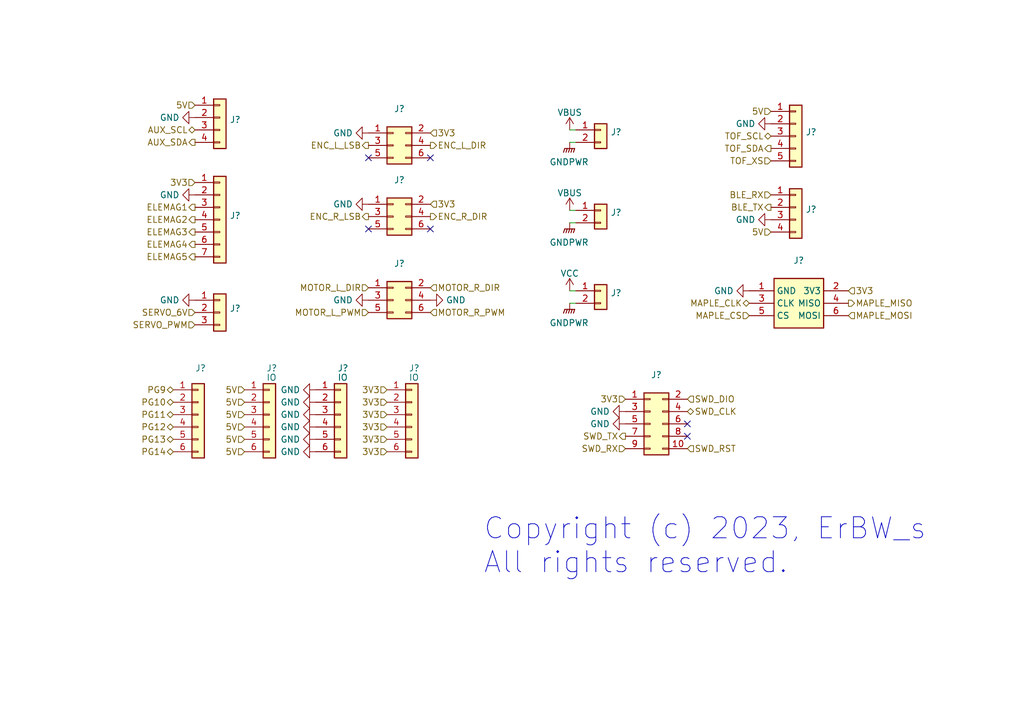
<source format=kicad_sch>
(kicad_sch (version 20211123) (generator eeschema)
  (paper "A5")
  (lib_symbols
    (symbol "Connector_Generic:Conn_01x02" (pin_names (offset 1.016) hide)
      (property "Reference" "J" (at 0 2.54 0))
      (property "Value" "Conn_01x02" (at 0 -5.08 0))
      (symbol "Conn_01x02_1_1"
        (rectangle (start -1.27 -2.413) (end 0 -2.667) (stroke (width 0.1524)))
        (rectangle (start -1.27 0.127) (end 0 -0.127) (stroke (width 0.1524)))
        (rectangle (start -1.27 1.27) (end 1.27 -3.81) (stroke (width 0.254)) (fill (type background)))
        (pin passive line (at -5.08 0 0) (length 3.81) (name "Pin_1") (number "1"))
        (pin passive line (at -5.08 -2.54 0) (length 3.81) (name "Pin_2") (number "2"))
      )
    )
    (symbol "Connector_Generic:Conn_01x03" (pin_names (offset 1.016) hide)
      (property "Reference" "J" (at 0 5.08 0))
      (property "Value" "Conn_01x03" (at 0 -5.08 0))
      (symbol "Conn_01x03_1_1"
        (rectangle (start -1.27 -2.413) (end 0 -2.667) (stroke (width 0.1524)))
        (rectangle (start -1.27 0.127) (end 0 -0.127) (stroke (width 0.1524)))
        (rectangle (start -1.27 2.667) (end 0 2.413) (stroke (width 0.1524)))
        (rectangle (start -1.27 3.81) (end 1.27 -3.81) (stroke (width 0.254)) (fill (type background)))
        (pin passive line (at -5.08 2.54 0) (length 3.81) (name "Pin_1") (number "1"))
        (pin passive line (at -5.08 0 0) (length 3.81) (name "Pin_2") (number "2"))
        (pin passive line (at -5.08 -2.54 0) (length 3.81) (name "Pin_3") (number "3"))
      )
    )
    (symbol "Connector_Generic:Conn_01x04" (pin_names (offset 1.016) hide)
      (property "Reference" "J" (at 0 5.08 0))
      (property "Value" "Conn_01x04" (at 0 -7.62 0))
      (symbol "Conn_01x04_1_1"
        (rectangle (start -1.27 -4.953) (end 0 -5.207) (stroke (width 0.1524)))
        (rectangle (start -1.27 -2.413) (end 0 -2.667) (stroke (width 0.1524)))
        (rectangle (start -1.27 0.127) (end 0 -0.127) (stroke (width 0.1524)))
        (rectangle (start -1.27 2.667) (end 0 2.413) (stroke (width 0.1524)))
        (rectangle (start -1.27 3.81) (end 1.27 -6.35) (stroke (width 0.254)) (fill (type background)))
        (pin passive line (at -5.08 2.54 0) (length 3.81) (name "Pin_1") (number "1"))
        (pin passive line (at -5.08 0 0) (length 3.81) (name "Pin_2") (number "2"))
        (pin passive line (at -5.08 -2.54 0) (length 3.81) (name "Pin_3") (number "3"))
        (pin passive line (at -5.08 -5.08 0) (length 3.81) (name "Pin_4") (number "4"))
      )
    )
    (symbol "Connector_Generic:Conn_01x05" (pin_names (offset 1.016) hide)
      (property "Reference" "J" (at 0 7.62 0))
      (property "Value" "Conn_01x05" (at 0 -7.62 0))
      (symbol "Conn_01x05_1_1"
        (rectangle (start -1.27 -4.953) (end 0 -5.207) (stroke (width 0.1524)))
        (rectangle (start -1.27 -2.413) (end 0 -2.667) (stroke (width 0.1524)))
        (rectangle (start -1.27 0.127) (end 0 -0.127) (stroke (width 0.1524)))
        (rectangle (start -1.27 2.667) (end 0 2.413) (stroke (width 0.1524)))
        (rectangle (start -1.27 5.207) (end 0 4.953) (stroke (width 0.1524)))
        (rectangle (start -1.27 6.35) (end 1.27 -6.35) (stroke (width 0.254)) (fill (type background)))
        (pin passive line (at -5.08 5.08 0) (length 3.81) (name "Pin_1") (number "1"))
        (pin passive line (at -5.08 2.54 0) (length 3.81) (name "Pin_2") (number "2"))
        (pin passive line (at -5.08 0 0) (length 3.81) (name "Pin_3") (number "3"))
        (pin passive line (at -5.08 -2.54 0) (length 3.81) (name "Pin_4") (number "4"))
        (pin passive line (at -5.08 -5.08 0) (length 3.81) (name "Pin_5") (number "5"))
      )
    )
    (symbol "Connector_Generic:Conn_01x06" (pin_names (offset 1.016) hide)
      (property "Reference" "J" (at 0 7.62 0))
      (property "Value" "Conn_01x06" (at 0 -10.16 0))
      (symbol "Conn_01x06_1_1"
        (rectangle (start -1.27 -7.493) (end 0 -7.747) (stroke (width 0.1524)))
        (rectangle (start -1.27 -4.953) (end 0 -5.207) (stroke (width 0.1524)))
        (rectangle (start -1.27 -2.413) (end 0 -2.667) (stroke (width 0.1524)))
        (rectangle (start -1.27 0.127) (end 0 -0.127) (stroke (width 0.1524)))
        (rectangle (start -1.27 2.667) (end 0 2.413) (stroke (width 0.1524)))
        (rectangle (start -1.27 5.207) (end 0 4.953) (stroke (width 0.1524)))
        (rectangle (start -1.27 6.35) (end 1.27 -8.89) (stroke (width 0.254)) (fill (type background)))
        (pin passive line (at -5.08 5.08 0) (length 3.81) (name "Pin_1") (number "1"))
        (pin passive line (at -5.08 2.54 0) (length 3.81) (name "Pin_2") (number "2"))
        (pin passive line (at -5.08 0 0) (length 3.81) (name "Pin_3") (number "3"))
        (pin passive line (at -5.08 -2.54 0) (length 3.81) (name "Pin_4") (number "4"))
        (pin passive line (at -5.08 -5.08 0) (length 3.81) (name "Pin_5") (number "5"))
        (pin passive line (at -5.08 -7.62 0) (length 3.81) (name "Pin_6") (number "6"))
      )
    )
    (symbol "Connector_Generic:Conn_01x07" (pin_names (offset 1.016) hide)
      (property "Reference" "J" (at 0 10.16 0))
      (property "Value" "Conn_01x07" (at 0 -10.16 0))
      (symbol "Conn_01x07_1_1"
        (rectangle (start -1.27 -7.493) (end 0 -7.747) (stroke (width 0.1524)))
        (rectangle (start -1.27 -4.953) (end 0 -5.207) (stroke (width 0.1524)))
        (rectangle (start -1.27 -2.413) (end 0 -2.667) (stroke (width 0.1524)))
        (rectangle (start -1.27 0.127) (end 0 -0.127) (stroke (width 0.1524)))
        (rectangle (start -1.27 2.667) (end 0 2.413) (stroke (width 0.1524)))
        (rectangle (start -1.27 5.207) (end 0 4.953) (stroke (width 0.1524)))
        (rectangle (start -1.27 7.747) (end 0 7.493) (stroke (width 0.1524)))
        (rectangle (start -1.27 8.89) (end 1.27 -8.89) (stroke (width 0.254)) (fill (type background)))
        (pin passive line (at -5.08 7.62 0) (length 3.81) (name "Pin_1") (number "1"))
        (pin passive line (at -5.08 5.08 0) (length 3.81) (name "Pin_2") (number "2"))
        (pin passive line (at -5.08 2.54 0) (length 3.81) (name "Pin_3") (number "3"))
        (pin passive line (at -5.08 0 0) (length 3.81) (name "Pin_4") (number "4"))
        (pin passive line (at -5.08 -2.54 0) (length 3.81) (name "Pin_5") (number "5"))
        (pin passive line (at -5.08 -5.08 0) (length 3.81) (name "Pin_6") (number "6"))
        (pin passive line (at -5.08 -7.62 0) (length 3.81) (name "Pin_7") (number "7"))
      )
    )
    (symbol "Connector_Generic:Conn_02x03_Odd_Even" (pin_names (offset 1.016) hide)
      (property "Reference" "J" (at 1.27 5.08 0))
      (property "Value" "Conn_02x03_Odd_Even" (at 1.27 -5.08 0))
      (symbol "Conn_02x03_Odd_Even_1_1"
        (rectangle (start -1.27 -2.413) (end 0 -2.667) (stroke (width 0.1524)))
        (rectangle (start -1.27 0.127) (end 0 -0.127) (stroke (width 0.1524)))
        (rectangle (start -1.27 2.667) (end 0 2.413) (stroke (width 0.1524)))
        (rectangle (start -1.27 3.81) (end 3.81 -3.81) (stroke (width 0.254)) (fill (type background)))
        (rectangle (start 3.81 -2.413) (end 2.54 -2.667) (stroke (width 0.1524)))
        (rectangle (start 3.81 0.127) (end 2.54 -0.127) (stroke (width 0.1524)))
        (rectangle (start 3.81 2.667) (end 2.54 2.413) (stroke (width 0.1524)))
        (pin passive line (at -5.08 2.54 0) (length 3.81) (name "Pin_1") (number "1"))
        (pin passive line (at 7.62 2.54 180) (length 3.81) (name "Pin_2") (number "2"))
        (pin passive line (at -5.08 0 0) (length 3.81) (name "Pin_3") (number "3"))
        (pin passive line (at 7.62 0 180) (length 3.81) (name "Pin_4") (number "4"))
        (pin passive line (at -5.08 -2.54 0) (length 3.81) (name "Pin_5") (number "5"))
        (pin passive line (at 7.62 -2.54 180) (length 3.81) (name "Pin_6") (number "6"))
      )
    )
    (symbol "Connector_Generic:Conn_02x05_Odd_Even" (pin_names (offset 1.016) hide)
      (property "Reference" "J" (at 1.27 7.62 0))
      (property "Value" "Conn_02x05_Odd_Even" (at 1.27 -7.62 0))
      (symbol "Conn_02x05_Odd_Even_1_1"
        (rectangle (start -1.27 -4.953) (end 0 -5.207) (stroke (width 0.1524)))
        (rectangle (start -1.27 -2.413) (end 0 -2.667) (stroke (width 0.1524)))
        (rectangle (start -1.27 0.127) (end 0 -0.127) (stroke (width 0.1524)))
        (rectangle (start -1.27 2.667) (end 0 2.413) (stroke (width 0.1524)))
        (rectangle (start -1.27 5.207) (end 0 4.953) (stroke (width 0.1524)))
        (rectangle (start -1.27 6.35) (end 3.81 -6.35) (stroke (width 0.254)) (fill (type background)))
        (rectangle (start 3.81 -4.953) (end 2.54 -5.207) (stroke (width 0.1524)))
        (rectangle (start 3.81 -2.413) (end 2.54 -2.667) (stroke (width 0.1524)))
        (rectangle (start 3.81 0.127) (end 2.54 -0.127) (stroke (width 0.1524)))
        (rectangle (start 3.81 2.667) (end 2.54 2.413) (stroke (width 0.1524)))
        (rectangle (start 3.81 5.207) (end 2.54 4.953) (stroke (width 0.1524)))
        (pin passive line (at -5.08 5.08 0) (length 3.81) (name "Pin_1") (number "1"))
        (pin passive line (at 7.62 -5.08 180) (length 3.81) (name "Pin_10") (number "10"))
        (pin passive line (at 7.62 5.08 180) (length 3.81) (name "Pin_2") (number "2"))
        (pin passive line (at -5.08 2.54 0) (length 3.81) (name "Pin_3") (number "3"))
        (pin passive line (at 7.62 2.54 180) (length 3.81) (name "Pin_4") (number "4"))
        (pin passive line (at -5.08 0 0) (length 3.81) (name "Pin_5") (number "5"))
        (pin passive line (at 7.62 0 180) (length 3.81) (name "Pin_6") (number "6"))
        (pin passive line (at -5.08 -2.54 0) (length 3.81) (name "Pin_7") (number "7"))
        (pin passive line (at 7.62 -2.54 180) (length 3.81) (name "Pin_8") (number "8"))
        (pin passive line (at -5.08 -5.08 0) (length 3.81) (name "Pin_9") (number "9"))
      )
    )
    (symbol "ErBW_s:Maple"
      (property "Reference" "H" (at 0 6.35 0))
      (property "Value" "Maple" (at 0 -6.35 0))
      (symbol "Maple_0_1"
        (rectangle (start -5.08 5.08) (end 5.08 -5.08) (stroke (width 0.254)) (fill (type background)))
      )
      (symbol "Maple_1_1"
        (pin power_in line (at -10.16 2.54 0) (length 5.08) (name "GND") (number "1"))
        (pin power_in line (at 10.16 2.54 180) (length 5.08) (name "3V3") (number "2"))
        (pin bidirectional line (at -10.16 0 0) (length 5.08) (name "CLK") (number "3"))
        (pin bidirectional line (at 10.16 0 180) (length 5.08) (name "MISO") (number "4"))
        (pin bidirectional line (at -10.16 -2.54 0) (length 5.08) (name "CS") (number "5"))
        (pin bidirectional line (at 10.16 -2.54 180) (length 5.08) (name "MOSI") (number "6"))
      )
    )
    (symbol "power:GND" (power) (pin_names (offset 0))
      (property "Value" "GND" (at 0 -3.81 0))
      (symbol "GND_0_1"
        (polyline (pts (xy 0 0) (xy 0 -1.27) (xy 1.27 -1.27) (xy 0 -2.54) (xy -1.27 -1.27) (xy 0 -1.27)))
      )
      (symbol "GND_1_1"
        (pin power_in line (at 0 0 270) (length 0) hide (name "GND") (number "1"))
      )
    )
    (symbol "power:GNDPWR" (power) (pin_names (offset 0))
      (property "Value" "GNDPWR" (at 0 -3.302 0))
      (symbol "GNDPWR_0_1"
        (polyline (pts (xy 0 -1.27) (xy 0 0)))
        (polyline (pts (xy -1.016 -1.27) (xy -1.27 -2.032) (xy -1.27 -2.032)) (stroke (width 0.2032)))
        (polyline (pts (xy -0.508 -1.27) (xy -0.762 -2.032) (xy -0.762 -2.032)) (stroke (width 0.2032)))
        (polyline (pts (xy 0 -1.27) (xy -0.254 -2.032) (xy -0.254 -2.032)) (stroke (width 0.2032)))
        (polyline (pts (xy 0.508 -1.27) (xy 0.254 -2.032) (xy 0.254 -2.032)) (stroke (width 0.2032)))
        (polyline (pts (xy 1.016 -1.27) (xy -1.016 -1.27) (xy -1.016 -1.27)) (stroke (width 0.2032)))
        (polyline (pts (xy 1.016 -1.27) (xy 0.762 -2.032) (xy 0.762 -2.032) (xy 0.762 -2.032)) (stroke (width 0.2032)))
      )
      (symbol "GNDPWR_1_1"
        (pin power_in line (at 0 0 270) (length 0) hide (name "GNDPWR") (number "1"))
      )
    )
    (symbol "power:VBUS" (power) (pin_names (offset 0))
      (property "Value" "VBUS" (at 0 3.81 0))
      (symbol "VBUS_0_1"
        (polyline (pts (xy -0.762 1.27) (xy 0 2.54)))
        (polyline (pts (xy 0 0) (xy 0 2.54)))
        (polyline (pts (xy 0 2.54) (xy 0.762 1.27)))
      )
      (symbol "VBUS_1_1"
        (pin power_in line (at 0 0 90) (length 0) hide (name "VBUS") (number "1"))
      )
    )
    (symbol "power:VCC" (power) (pin_names (offset 0))
      (property "Value" "VCC" (at 0 3.81 0))
      (symbol "VCC_0_1"
        (polyline (pts (xy -0.762 1.27) (xy 0 2.54)))
        (polyline (pts (xy 0 0) (xy 0 2.54)))
        (polyline (pts (xy 0 2.54) (xy 0.762 1.27)))
      )
      (symbol "VCC_1_1"
        (pin power_in line (at 0 0 90) (length 0) hide (name "VCC") (number "1"))
      )
    )
  )
  (no_connect (at 140.97 89.535))
  (no_connect (at 75.565 32.385))
  (no_connect (at 88.265 32.385))
  (no_connect (at 75.565 46.99))
  (no_connect (at 88.265 46.99))
  (no_connect (at 140.97 86.995))
  (wire (pts (xy 116.84 45.72) (xy 118.11 45.72)))
  (wire (pts (xy 116.84 29.21) (xy 118.11 29.21)))
  (wire (pts (xy 116.84 59.69) (xy 118.11 59.69)))
  (wire (pts (xy 116.84 43.18) (xy 118.11 43.18)))
  (wire (pts (xy 116.84 62.23) (xy 118.11 62.23)))
  (wire (pts (xy 116.84 26.67) (xy 118.11 26.67)))
  (text "Copyright (c) 2023, ErBW_s\nAll rights reserved." (at 99.06 118.11 0) (effects (font (size 4.318 4.318)) (justify left bottom)))
  (hierarchical_label "ENC_R_LSB" (shape output) (at 75.565 44.45 180))
  (hierarchical_label "5V" (shape input) (at 50.165 90.17 180))
  (hierarchical_label "3V3" (shape input) (at 79.375 82.55 180))
  (hierarchical_label "AUX_SDA" (shape output) (at 40.005 29.21 180))
  (hierarchical_label "3V3" (shape input) (at 79.375 92.71 180))
  (hierarchical_label "SERVO_6V" (shape input) (at 40.005 64.135 180))
  (hierarchical_label "SWD_TX" (shape output) (at 128.27 89.535 180))
  (hierarchical_label "3V3" (shape input) (at 40.005 37.465 180))
  (hierarchical_label "ENC_L_LSB" (shape output) (at 75.565 29.845 180))
  (hierarchical_label "PG13" (shape bidirectional) (at 35.56 90.17 180))
  (hierarchical_label "BLE_RX" (shape input) (at 158.115 40.005 180))
  (hierarchical_label "SWD_RX" (shape input) (at 128.27 92.075 180))
  (hierarchical_label "TOF_SCL" (shape bidirectional) (at 158.115 27.94 180))
  (hierarchical_label "3V3" (shape input) (at 128.27 81.915 180))
  (hierarchical_label "5V" (shape input) (at 158.115 22.86 180))
  (hierarchical_label "SWD_CLK" (shape bidirectional) (at 140.97 84.455 0))
  (hierarchical_label "5V" (shape input) (at 50.165 87.63 180))
  (hierarchical_label "ENC_R_DIR" (shape output) (at 88.265 44.45 0))
  (hierarchical_label "3V3" (shape input) (at 79.375 80.01 180))
  (hierarchical_label "BLE_TX" (shape output) (at 158.115 42.545 180))
  (hierarchical_label "ELEMAG1" (shape output) (at 40.005 42.545 180))
  (hierarchical_label "MAPLE_MISO" (shape output) (at 173.99 62.23 0))
  (hierarchical_label "MOTOR_R_DIR" (shape input) (at 88.265 59.055 0))
  (hierarchical_label "SERVO_PWM" (shape input) (at 40.005 66.675 180))
  (hierarchical_label "ENC_L_DIR" (shape output) (at 88.265 29.845 0))
  (hierarchical_label "PG12" (shape bidirectional) (at 35.56 87.63 180))
  (hierarchical_label "5V" (shape input) (at 50.165 80.01 180))
  (hierarchical_label "5V" (shape input) (at 50.165 85.09 180))
  (hierarchical_label "5V" (shape input) (at 158.115 47.625 180))
  (hierarchical_label "ELEMAG3" (shape output) (at 40.005 47.625 180))
  (hierarchical_label "5V" (shape input) (at 40.005 21.59 180))
  (hierarchical_label "SWD_RST" (shape input) (at 140.97 92.075 0))
  (hierarchical_label "PG9" (shape bidirectional) (at 35.56 80.01 180))
  (hierarchical_label "TOF_XS" (shape input) (at 158.115 33.02 180))
  (hierarchical_label "SWD_DIO" (shape input) (at 140.97 81.915 0))
  (hierarchical_label "MAPLE_MOSI" (shape input) (at 173.99 64.77 0))
  (hierarchical_label "MAPLE_CLK" (shape bidirectional) (at 153.67 62.23 180))
  (hierarchical_label "AUX_SCL" (shape bidirectional) (at 40.005 26.67 180))
  (hierarchical_label "PG14" (shape bidirectional) (at 35.56 92.71 180))
  (hierarchical_label "3V3" (shape input) (at 88.265 41.91 0))
  (hierarchical_label "3V3" (shape input) (at 79.375 90.17 180))
  (hierarchical_label "5V" (shape input) (at 50.165 82.55 180))
  (hierarchical_label "ELEMAG2" (shape output) (at 40.005 45.085 180))
  (hierarchical_label "MAPLE_CS" (shape input) (at 153.67 64.77 180))
  (hierarchical_label "5V" (shape input) (at 50.165 92.71 180))
  (hierarchical_label "3V3" (shape input) (at 79.375 85.09 180))
  (hierarchical_label "3V3" (shape input) (at 88.265 27.305 0))
  (hierarchical_label "TOF_SDA" (shape output) (at 158.115 30.48 180))
  (hierarchical_label "PG10" (shape bidirectional) (at 35.56 82.55 180))
  (hierarchical_label "3V3" (shape input) (at 79.375 87.63 180))
  (hierarchical_label "3V3" (shape input) (at 173.99 59.69 0))
  (hierarchical_label "MOTOR_L_PWM" (shape input) (at 75.565 64.135 180))
  (hierarchical_label "PG11" (shape bidirectional) (at 35.56 85.09 180))
  (hierarchical_label "MOTOR_R_PWM" (shape input) (at 88.265 64.135 0))
  (hierarchical_label "MOTOR_L_DIR" (shape input) (at 75.565 59.055 180))
  (hierarchical_label "ELEMAG5" (shape output) (at 40.005 52.705 180))
  (hierarchical_label "ELEMAG4" (shape output) (at 40.005 50.165 180))
  (symbol (lib_id "power:GND") (at 153.67 59.69 270) (unit 1)
    (property "Reference" "#PWR?" (effects hide))
    (property "Value" "GND" (at 150.495 59.69 90) (effects (justify right)))
  )
  (symbol (lib_id "Connector_Generic:Conn_02x05_Odd_Even") (at 133.35 86.995 0) (unit 1)
    (property "Reference" "J?" (at 134.62 76.9452 0))
  )
  (symbol (lib_id "Connector_Generic:Conn_02x03_Odd_Even") (at 80.645 29.845 0) (unit 1)
    (property "Reference" "J?" (at 81.915 22.3352 0))
  )
  (symbol (lib_id "power:GNDPWR") (at 116.84 29.21 0) (unit 1)
    (property "Reference" "#PWR?" (effects hide))
    (property "Value" "GNDPWR" (at 116.713 33.247 0))
  )
  (symbol (lib_id "power:GND") (at 64.77 80.01 270) (unit 1)
    (property "Reference" "#PWR?" (effects hide))
    (property "Value" "GND" (at 61.595 80.01 90) (effects (justify right)))
  )
  (symbol (lib_id "power:GND") (at 128.27 86.995 270) (unit 1)
    (property "Reference" "#PWR?" (effects hide))
    (property "Value" "GND" (at 125.095 86.995 90) (effects (justify right)))
  )
  (symbol (lib_id "Connector_Generic:Conn_01x06") (at 40.64 85.09 0) (unit 1)
    (property "Reference" "J?" (at 40.005 75.565 0) (effects (justify left)))
  )
  (symbol (lib_id "power:GND") (at 64.77 82.55 270) (unit 1)
    (property "Reference" "#PWR?" (effects hide))
    (property "Value" "GND" (at 61.595 82.55 90) (effects (justify right)))
  )
  (symbol (lib_id "Connector_Generic:Conn_01x06") (at 84.455 85.09 0) (unit 1)
    (property "Reference" "J?" (at 83.82 75.565 0) (effects (justify left)))
    (property "Value" "IO" (at 83.82 77.47 0) (effects (justify left)))
  )
  (symbol (lib_id "Connector_Generic:Conn_01x06") (at 55.245 85.09 0) (unit 1)
    (property "Reference" "J?" (at 54.61 75.565 0) (effects (justify left)))
    (property "Value" "IO" (at 54.61 77.47 0) (effects (justify left)))
  )
  (symbol (lib_id "Connector_Generic:Conn_01x02") (at 123.19 26.67 0) (unit 1)
    (property "Reference" "J?" (at 125.222 27.1053 0) (effects (justify left)))
    (property "Footprint" "Connector:VCC_CONN" (effects hide))
    (property "Reference" "J?" (effects hide))
    (property "Value" "PWR" (effects hide))
  )
  (symbol (lib_id "Connector_Generic:Conn_02x03_Odd_Even") (at 80.645 61.595 0) (unit 1)
    (property "Reference" "J?" (at 81.915 54.0852 0))
  )
  (symbol (lib_id "power:GND") (at 64.77 87.63 270) (unit 1)
    (property "Reference" "#PWR?" (effects hide))
    (property "Value" "GND" (at 61.595 87.63 90) (effects (justify right)))
  )
  (symbol (lib_id "power:GND") (at 64.77 90.17 270) (unit 1)
    (property "Reference" "#PWR?" (effects hide))
    (property "Value" "GND" (at 61.595 90.17 90) (effects (justify right)))
  )
  (symbol (lib_id "power:VBUS") (at 116.84 43.18 0) (unit 1)
    (property "Reference" "#PWR0120" (effects hide))
    (property "Value" "VBUS" (at 116.84 39.6042 0))
  )
  (symbol (lib_id "ErBW_s:Maple") (at 163.83 62.23 0) (unit 1)
    (property "Reference" "J?" (at 163.83 53.4502 0))
  )
  (symbol (lib_id "Connector_Generic:Conn_01x02") (at 123.19 43.18 0) (unit 1)
    (property "Reference" "J?" (at 125.222 43.6153 0) (effects (justify left)))
    (property "Footprint" "Connector:VCC_CONN" (effects hide))
    (property "Reference" "J?" (effects hide))
    (property "Value" "PWR" (effects hide))
  )
  (symbol (lib_id "power:VCC") (at 116.84 59.69 0) (unit 1)
    (property "Reference" "#PWR0122" (effects hide))
    (property "Value" "VCC" (at 116.84 56.1142 0))
  )
  (symbol (lib_id "power:GND") (at 40.005 40.005 270) (unit 1)
    (property "Reference" "#PWR?" (effects hide))
    (property "Value" "GND" (at 36.83 40.005 90) (effects (justify right)))
  )
  (symbol (lib_id "power:GND") (at 40.005 61.595 270) (unit 1)
    (property "Reference" "#PWR?" (effects hide))
    (property "Value" "GND" (at 36.83 61.595 90) (effects (justify right)))
  )
  (symbol (lib_id "power:GND") (at 128.27 84.455 270) (unit 1)
    (property "Reference" "#PWR?" (effects hide))
    (property "Value" "GND" (at 125.095 84.455 90) (effects (justify right)))
  )
  (symbol (lib_id "power:GND") (at 158.115 45.085 270) (unit 1)
    (property "Reference" "#PWR?" (effects hide))
  )
  (symbol (lib_id "power:GND") (at 158.115 25.4 270) (unit 1)
    (property "Reference" "#PWR?" (effects hide))
    (property "Value" "GND" (at 154.94 25.4 90) (effects (justify right)))
  )
  (symbol (lib_id "Connector_Generic:Conn_01x02") (at 123.19 59.69 0) (unit 1)
    (property "Reference" "J?" (at 125.222 60.1253 0) (effects (justify left)))
  )
  (symbol (lib_id "Connector_Generic:Conn_01x06") (at 69.85 85.09 0) (unit 1)
    (property "Reference" "J?" (at 69.215 75.565 0) (effects (justify left)))
    (property "Value" "IO" (at 69.215 77.47 0) (effects (justify left)))
  )
  (symbol (lib_id "power:GND") (at 40.005 24.13 270) (unit 1)
    (property "Reference" "#PWR?" (effects hide))
    (property "Value" "GND" (at 36.83 24.13 90) (effects (justify right)))
  )
  (symbol (lib_id "power:GND") (at 75.565 41.91 270) (unit 1)
    (property "Reference" "#PWR?" (effects hide))
    (property "Value" "GND" (at 72.39 41.91 90) (effects (justify right)))
  )
  (symbol (lib_id "Connector_Generic:Conn_01x05") (at 163.195 27.94 0) (unit 1)
    (property "Reference" "J?" (at 165.227 27.1053 0) (effects (justify left)))
  )
  (symbol (lib_id "Connector_Generic:Conn_01x04") (at 163.195 42.545 0) (unit 1)
    (property "Reference" "J?" (at 165.227 42.9803 0) (effects (justify left)))
  )
  (symbol (lib_id "power:GND") (at 88.265 61.595 90) (unit 1)
    (property "Reference" "#PWR?" (effects hide))
    (property "Value" "GND" (at 91.44 61.595 90) (effects (justify right)))
  )
  (symbol (lib_id "Connector_Generic:Conn_01x03") (at 45.085 64.135 0) (unit 1)
    (property "Reference" "J?" (at 47.117 63.3003 0) (effects (justify left)))
  )
  (symbol (lib_id "power:VBUS") (at 116.84 26.67 0) (unit 1)
    (property "Reference" "#PWR?" (effects hide))
    (property "Value" "VBUS" (at 116.84 23.0942 0))
  )
  (symbol (lib_id "Connector_Generic:Conn_01x04") (at 45.085 24.13 0) (unit 1)
    (property "Reference" "J?" (at 47.117 24.5653 0) (effects (justify left)))
  )
  (symbol (lib_id "power:GND") (at 64.77 85.09 270) (unit 1)
    (property "Reference" "#PWR?" (effects hide))
    (property "Value" "GND" (at 61.595 85.09 90) (effects (justify right)))
  )
  (symbol (lib_id "Connector_Generic:Conn_02x03_Odd_Even") (at 80.645 44.45 0) (unit 1)
    (property "Reference" "J?" (at 81.915 36.9402 0))
    (property "Footprint" "Connector_PinHeader_2.54mm:PinHeader_2x03_P2.54mm_Vertical" (effects hide))
  )
  (symbol (lib_id "power:GND") (at 75.565 27.305 270) (unit 1)
    (property "Reference" "#PWR?" (effects hide))
    (property "Value" "GND" (at 72.39 27.305 90) (effects (justify right)))
  )
  (symbol (lib_id "power:GNDPWR") (at 116.84 62.23 0) (unit 1)
    (property "Reference" "#PWR0123" (effects hide))
    (property "Value" "GNDPWR" (at 116.713 66.267 0))
  )
  (symbol (lib_id "power:GND") (at 75.565 61.595 270) (unit 1)
    (property "Reference" "#PWR?" (effects hide))
    (property "Value" "GND" (at 72.39 61.595 90) (effects (justify right)))
  )
  (symbol (lib_id "power:GNDPWR") (at 116.84 45.72 0) (unit 1)
    (property "Reference" "#PWR0121" (effects hide))
    (property "Value" "GNDPWR" (at 116.713 49.757 0))
  )
  (symbol (lib_id "power:GND") (at 64.77 92.71 270) (unit 1)
    (property "Reference" "#PWR?" (effects hide))
    (property "Value" "GND" (at 61.595 92.71 90) (effects (justify right)))
  )
  (symbol (lib_id "Connector_Generic:Conn_01x07") (at 45.085 45.085 0) (unit 1)
    (property "Reference" "J?" (at 47.117 44.2503 0) (effects (justify left)))
  )
)
</source>
